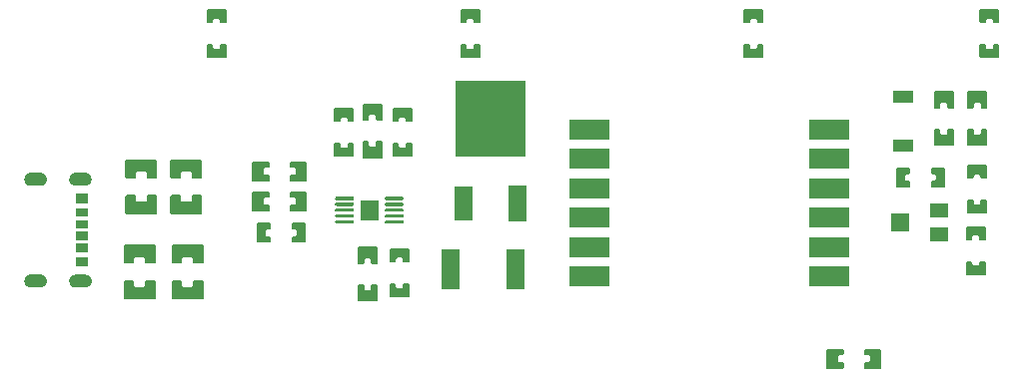
<source format=gtp>
G04 Layer: TopPasteMaskLayer*
G04 EasyEDA v6.5.34, 2023-09-21 21:59:44*
G04 1037e3338c1a49738aad6bad4f376bef,8e72fd04a6c14d66a7e837eb9aaabff2,10*
G04 Gerber Generator version 0.2*
G04 Scale: 100 percent, Rotated: No, Reflected: No *
G04 Dimensions in millimeters *
G04 leading zeros omitted , absolute positions ,4 integer and 5 decimal *
%FSLAX45Y45*%
%MOMM*%

%AMMACRO1*21,1,$1,$2,0,0,$3*%
%ADD10R,1.7201X1.1199*%
%ADD11R,3.4300X1.7900*%
%ADD12R,6.0000X6.5000*%
%ADD13R,1.6000X3.0000*%
%ADD14MACRO1,1.6002X3.0023X0.0000*%
%ADD15R,1.6000X1.6000*%
%ADD16R,1.5000X1.1999*%
%ADD17R,1.6000X3.5000*%
%ADD18R,0.0192X3.5000*%

%LPD*%
G36*
X2068982Y1324102D02*
G01*
X2059025Y1314094D01*
X2059025Y1277061D01*
X2068982Y1267104D01*
X2099513Y1267104D01*
X2109470Y1257096D01*
X2109470Y1218336D01*
X2099513Y1208328D01*
X2068982Y1208328D01*
X2059025Y1198321D01*
X2059025Y1161288D01*
X2068982Y1151331D01*
X2197506Y1151331D01*
X2207514Y1161288D01*
X2207514Y1314094D01*
X2197506Y1324102D01*
G37*
G36*
X1750517Y1324102D02*
G01*
X1740509Y1314094D01*
X1740509Y1161288D01*
X1750517Y1151331D01*
X1878990Y1151331D01*
X1888998Y1161288D01*
X1888998Y1198321D01*
X1878990Y1208328D01*
X1848510Y1208328D01*
X1838502Y1218336D01*
X1838502Y1257096D01*
X1848510Y1267104D01*
X1878990Y1267104D01*
X1888998Y1277061D01*
X1888998Y1314094D01*
X1878990Y1324102D01*
G37*
G36*
X2684983Y1749602D02*
G01*
X2674975Y1739595D01*
X2674975Y1611122D01*
X2684983Y1601114D01*
X2837789Y1601114D01*
X2847797Y1611122D01*
X2847797Y1739595D01*
X2837789Y1749602D01*
X2800756Y1749602D01*
X2790799Y1739595D01*
X2790799Y1709115D01*
X2780792Y1699107D01*
X2742031Y1699107D01*
X2732024Y1709115D01*
X2732024Y1739595D01*
X2722016Y1749602D01*
G37*
G36*
X2684983Y2068118D02*
G01*
X2674975Y2058111D01*
X2674975Y1929587D01*
X2684983Y1919630D01*
X2722016Y1919630D01*
X2732024Y1929587D01*
X2732024Y1960118D01*
X2742031Y1970125D01*
X2780792Y1970125D01*
X2790799Y1960118D01*
X2790799Y1929587D01*
X2800756Y1919630D01*
X2837789Y1919630D01*
X2847797Y1929587D01*
X2847797Y2058111D01*
X2837789Y2068118D01*
G37*
G36*
X2068982Y1578102D02*
G01*
X2059025Y1568094D01*
X2059025Y1531061D01*
X2068982Y1521104D01*
X2099513Y1521104D01*
X2109470Y1511096D01*
X2109470Y1472336D01*
X2099513Y1462328D01*
X2068982Y1462328D01*
X2059025Y1452321D01*
X2059025Y1415288D01*
X2068982Y1405331D01*
X2197506Y1405331D01*
X2207514Y1415288D01*
X2207514Y1568094D01*
X2197506Y1578102D01*
G37*
G36*
X1750517Y1578102D02*
G01*
X1740509Y1568094D01*
X1740509Y1415288D01*
X1750517Y1405331D01*
X1878990Y1405331D01*
X1888998Y1415288D01*
X1888998Y1452321D01*
X1878990Y1462328D01*
X1848510Y1462328D01*
X1838502Y1472336D01*
X1838502Y1511096D01*
X1848510Y1521104D01*
X1878990Y1521104D01*
X1888998Y1531061D01*
X1888998Y1568094D01*
X1878990Y1578102D01*
G37*
G36*
X2643581Y853490D02*
G01*
X2633573Y843483D01*
X2633573Y715010D01*
X2643581Y705002D01*
X2680614Y705002D01*
X2690622Y715010D01*
X2690622Y745490D01*
X2700629Y755497D01*
X2739339Y755497D01*
X2749346Y745490D01*
X2749346Y715010D01*
X2759354Y705002D01*
X2796387Y705002D01*
X2806395Y715010D01*
X2806395Y843483D01*
X2796387Y853490D01*
G37*
G36*
X2643581Y534974D02*
G01*
X2633573Y525018D01*
X2633573Y396494D01*
X2643581Y386486D01*
X2796387Y386486D01*
X2806395Y396494D01*
X2806395Y525018D01*
X2796387Y534974D01*
X2759354Y534974D01*
X2749346Y525018D01*
X2749346Y494487D01*
X2739339Y484479D01*
X2700629Y484479D01*
X2690622Y494487D01*
X2690622Y525018D01*
X2680614Y534974D01*
G37*
G36*
X7808874Y1854403D02*
G01*
X7798866Y1844395D01*
X7798866Y1715871D01*
X7808874Y1705864D01*
X7961680Y1705864D01*
X7971637Y1715871D01*
X7971637Y1844395D01*
X7961680Y1854403D01*
X7924647Y1854403D01*
X7914640Y1844395D01*
X7914640Y1813915D01*
X7904632Y1803907D01*
X7865872Y1803907D01*
X7855864Y1813915D01*
X7855864Y1844395D01*
X7845856Y1854403D01*
G37*
G36*
X7808874Y2172868D02*
G01*
X7798866Y2162860D01*
X7798866Y2034387D01*
X7808874Y2024380D01*
X7845856Y2024380D01*
X7855864Y2034387D01*
X7855864Y2064867D01*
X7865872Y2074875D01*
X7904632Y2074875D01*
X7914640Y2064867D01*
X7914640Y2034387D01*
X7924647Y2024380D01*
X7961680Y2024380D01*
X7971637Y2034387D01*
X7971637Y2162860D01*
X7961680Y2172868D01*
G37*
G36*
X7528864Y1854403D02*
G01*
X7518857Y1844395D01*
X7518857Y1715871D01*
X7528864Y1705864D01*
X7681671Y1705864D01*
X7691678Y1715871D01*
X7691678Y1844395D01*
X7681671Y1854403D01*
X7644638Y1854403D01*
X7634630Y1844395D01*
X7634630Y1813915D01*
X7624622Y1803907D01*
X7585862Y1803907D01*
X7575854Y1813915D01*
X7575854Y1844395D01*
X7565898Y1854403D01*
G37*
G36*
X7528864Y2172868D02*
G01*
X7518857Y2162860D01*
X7518857Y2034387D01*
X7528864Y2024380D01*
X7565898Y2024380D01*
X7575854Y2034387D01*
X7575854Y2064867D01*
X7585862Y2074875D01*
X7624622Y2074875D01*
X7634630Y2064867D01*
X7634630Y2034387D01*
X7644638Y2024380D01*
X7681671Y2024380D01*
X7691678Y2034387D01*
X7691678Y2162860D01*
X7681671Y2172868D01*
G37*
G36*
X6616496Y-13614D02*
G01*
X6606489Y-23571D01*
X6606489Y-176377D01*
X6616496Y-186385D01*
X6744970Y-186385D01*
X6754977Y-176377D01*
X6754977Y-139395D01*
X6744970Y-129387D01*
X6714490Y-129387D01*
X6704482Y-119380D01*
X6704482Y-80619D01*
X6714490Y-70612D01*
X6744970Y-70612D01*
X6754977Y-60604D01*
X6754977Y-23571D01*
X6744970Y-13614D01*
G37*
G36*
X6934962Y-13614D02*
G01*
X6924954Y-23571D01*
X6924954Y-60604D01*
X6934962Y-70612D01*
X6965492Y-70612D01*
X6975449Y-80619D01*
X6975449Y-119380D01*
X6965492Y-129387D01*
X6934962Y-129387D01*
X6924954Y-139395D01*
X6924954Y-176377D01*
X6934962Y-186385D01*
X7063486Y-186385D01*
X7073493Y-176377D01*
X7073493Y-23571D01*
X7063486Y-13614D01*
G37*
G36*
X1364945Y2572512D02*
G01*
X1354937Y2562504D01*
X1354937Y2461768D01*
X1364945Y2451760D01*
X1515059Y2451760D01*
X1525016Y2461768D01*
X1525016Y2562504D01*
X1515059Y2572512D01*
X1478889Y2572512D01*
X1468932Y2562504D01*
X1468932Y2541422D01*
X1458925Y2531465D01*
X1421079Y2531465D01*
X1411071Y2541422D01*
X1411071Y2562504D01*
X1401064Y2572512D01*
G37*
G36*
X1364945Y2868269D02*
G01*
X1354937Y2858262D01*
X1354937Y2757525D01*
X1364945Y2747518D01*
X1401064Y2747518D01*
X1411071Y2757525D01*
X1411071Y2778556D01*
X1421079Y2788564D01*
X1458925Y2788564D01*
X1468932Y2778556D01*
X1468932Y2757525D01*
X1478889Y2747518D01*
X1515059Y2747518D01*
X1525016Y2757525D01*
X1525016Y2858262D01*
X1515059Y2868269D01*
G37*
G36*
X2445054Y1734413D02*
G01*
X2435047Y1724406D01*
X2435047Y1623669D01*
X2445054Y1613662D01*
X2595168Y1613662D01*
X2605125Y1623669D01*
X2605125Y1724406D01*
X2595168Y1734413D01*
X2558999Y1734413D01*
X2549042Y1724406D01*
X2549042Y1703374D01*
X2539034Y1693367D01*
X2501188Y1693367D01*
X2491181Y1703374D01*
X2491181Y1724406D01*
X2481173Y1734413D01*
G37*
G36*
X2445054Y2030171D02*
G01*
X2435047Y2020163D01*
X2435047Y1919427D01*
X2445054Y1909419D01*
X2481173Y1909419D01*
X2491181Y1919427D01*
X2491181Y1940458D01*
X2501188Y1950466D01*
X2539034Y1950466D01*
X2549042Y1940458D01*
X2549042Y1919427D01*
X2558999Y1909419D01*
X2595168Y1909419D01*
X2605125Y1919427D01*
X2605125Y2020163D01*
X2595168Y2030171D01*
G37*
G36*
X7502753Y1524457D02*
G01*
X7492746Y1514449D01*
X7492746Y1478330D01*
X7502753Y1468323D01*
X7523835Y1468323D01*
X7533792Y1458315D01*
X7533792Y1420469D01*
X7523835Y1410462D01*
X7502753Y1410462D01*
X7492746Y1400454D01*
X7492746Y1364335D01*
X7502753Y1354328D01*
X7603490Y1354328D01*
X7613497Y1364335D01*
X7613497Y1514449D01*
X7603490Y1524457D01*
G37*
G36*
X7206996Y1524457D02*
G01*
X7196988Y1514449D01*
X7196988Y1364335D01*
X7206996Y1354328D01*
X7307732Y1354328D01*
X7317740Y1364335D01*
X7317740Y1400454D01*
X7307732Y1410462D01*
X7286701Y1410462D01*
X7276693Y1420469D01*
X7276693Y1458315D01*
X7286701Y1468323D01*
X7307732Y1468323D01*
X7317740Y1478330D01*
X7317740Y1514449D01*
X7307732Y1524457D01*
G37*
G36*
X2914954Y838250D02*
G01*
X2904947Y828243D01*
X2904947Y727506D01*
X2914954Y717499D01*
X2951073Y717499D01*
X2961081Y727506D01*
X2961081Y748538D01*
X2971038Y758545D01*
X3008884Y758545D01*
X3018891Y748538D01*
X3018891Y727506D01*
X3028899Y717499D01*
X3065018Y717499D01*
X3075025Y727506D01*
X3075025Y828243D01*
X3065018Y838250D01*
G37*
G36*
X2914954Y542493D02*
G01*
X2904947Y532485D01*
X2904947Y431749D01*
X2914954Y421741D01*
X3065018Y421741D01*
X3075025Y431749D01*
X3075025Y532485D01*
X3065018Y542493D01*
X3028899Y542493D01*
X3018891Y532485D01*
X3018891Y511454D01*
X3008884Y501446D01*
X2971038Y501446D01*
X2961081Y511454D01*
X2961081Y532485D01*
X2951073Y542493D01*
G37*
G36*
X2084222Y1056081D02*
G01*
X2074214Y1046073D01*
X2074214Y1009903D01*
X2084222Y999947D01*
X2105253Y999947D01*
X2115261Y989939D01*
X2115261Y952093D01*
X2105253Y942086D01*
X2084222Y942086D01*
X2074214Y932078D01*
X2074214Y895959D01*
X2084222Y885952D01*
X2184958Y885952D01*
X2194966Y895959D01*
X2194966Y1046073D01*
X2184958Y1056081D01*
G37*
G36*
X1788464Y1056081D02*
G01*
X1778457Y1046073D01*
X1778457Y895959D01*
X1788464Y885952D01*
X1889201Y885952D01*
X1899208Y895959D01*
X1899208Y932078D01*
X1889201Y942086D01*
X1868119Y942086D01*
X1858162Y952093D01*
X1858162Y989939D01*
X1868119Y999947D01*
X1889201Y999947D01*
X1899208Y1009903D01*
X1899208Y1046073D01*
X1889201Y1056081D01*
G37*
G36*
X3514953Y2572512D02*
G01*
X3504946Y2562504D01*
X3504946Y2461768D01*
X3514953Y2451760D01*
X3665016Y2451760D01*
X3675024Y2461768D01*
X3675024Y2562504D01*
X3665016Y2572512D01*
X3628898Y2572512D01*
X3618890Y2562504D01*
X3618890Y2541422D01*
X3608882Y2531465D01*
X3571087Y2531465D01*
X3561079Y2541422D01*
X3561079Y2562504D01*
X3551072Y2572512D01*
G37*
G36*
X3514953Y2868269D02*
G01*
X3504946Y2858262D01*
X3504946Y2757525D01*
X3514953Y2747518D01*
X3551072Y2747518D01*
X3561079Y2757525D01*
X3561079Y2778556D01*
X3571087Y2788564D01*
X3608882Y2788564D01*
X3618890Y2778556D01*
X3618890Y2757525D01*
X3628898Y2747518D01*
X3665016Y2747518D01*
X3675024Y2757525D01*
X3675024Y2858262D01*
X3665016Y2868269D01*
G37*
G36*
X7810195Y1251864D02*
G01*
X7800187Y1241907D01*
X7800187Y1141120D01*
X7810195Y1131112D01*
X7960309Y1131112D01*
X7970316Y1141120D01*
X7970316Y1241907D01*
X7960309Y1251864D01*
X7924190Y1251864D01*
X7914182Y1241907D01*
X7914182Y1220825D01*
X7904175Y1210818D01*
X7866329Y1210818D01*
X7856321Y1220825D01*
X7856321Y1241907D01*
X7846314Y1251864D01*
G37*
G36*
X7810195Y1547622D02*
G01*
X7800187Y1537614D01*
X7800187Y1436878D01*
X7810195Y1426870D01*
X7846314Y1426870D01*
X7856321Y1436878D01*
X7856321Y1457960D01*
X7866329Y1467967D01*
X7904175Y1467967D01*
X7914182Y1457960D01*
X7914182Y1436878D01*
X7924190Y1426870D01*
X7960309Y1426870D01*
X7970316Y1436878D01*
X7970316Y1537614D01*
X7960309Y1547622D01*
G37*
G36*
X2940354Y1734413D02*
G01*
X2930347Y1724406D01*
X2930347Y1623669D01*
X2940354Y1613662D01*
X3090468Y1613662D01*
X3100425Y1623669D01*
X3100425Y1724406D01*
X3090468Y1734413D01*
X3054299Y1734413D01*
X3044342Y1724406D01*
X3044342Y1703374D01*
X3034334Y1693367D01*
X2996488Y1693367D01*
X2986481Y1703374D01*
X2986481Y1724406D01*
X2976473Y1734413D01*
G37*
G36*
X2940354Y2030171D02*
G01*
X2930347Y2020163D01*
X2930347Y1919427D01*
X2940354Y1909419D01*
X2976473Y1909419D01*
X2986481Y1919427D01*
X2986481Y1940458D01*
X2996488Y1950466D01*
X3034334Y1950466D01*
X3044342Y1940458D01*
X3044342Y1919427D01*
X3054299Y1909419D01*
X3090468Y1909419D01*
X3100425Y1919427D01*
X3100425Y2020163D01*
X3090468Y2030171D01*
G37*
G36*
X5914948Y2572512D02*
G01*
X5904941Y2562504D01*
X5904941Y2461768D01*
X5914948Y2451760D01*
X6065012Y2451760D01*
X6075019Y2461768D01*
X6075019Y2562504D01*
X6065012Y2572512D01*
X6028893Y2572512D01*
X6018885Y2562504D01*
X6018885Y2541422D01*
X6008878Y2531465D01*
X5971082Y2531465D01*
X5961075Y2541422D01*
X5961075Y2562504D01*
X5951067Y2572512D01*
G37*
G36*
X5914948Y2868269D02*
G01*
X5904941Y2858262D01*
X5904941Y2757525D01*
X5914948Y2747518D01*
X5951067Y2747518D01*
X5961075Y2757525D01*
X5961075Y2778556D01*
X5971082Y2788564D01*
X6008878Y2788564D01*
X6018885Y2778556D01*
X6018885Y2757525D01*
X6028893Y2747518D01*
X6065012Y2747518D01*
X6075019Y2757525D01*
X6075019Y2858262D01*
X6065012Y2868269D01*
G37*
G36*
X7914944Y2572512D02*
G01*
X7904937Y2562504D01*
X7904937Y2461768D01*
X7914944Y2451760D01*
X8065008Y2451760D01*
X8075015Y2461768D01*
X8075015Y2562504D01*
X8065008Y2572512D01*
X8028889Y2572512D01*
X8018881Y2562504D01*
X8018881Y2541422D01*
X8008874Y2531465D01*
X7971078Y2531465D01*
X7961071Y2541422D01*
X7961071Y2562504D01*
X7951063Y2572512D01*
G37*
G36*
X7914944Y2868269D02*
G01*
X7904937Y2858262D01*
X7904937Y2757525D01*
X7914944Y2747518D01*
X7951063Y2747518D01*
X7961071Y2757525D01*
X7961071Y2778556D01*
X7971078Y2788564D01*
X8008874Y2788564D01*
X8018881Y2778556D01*
X8018881Y2757525D01*
X8028889Y2747518D01*
X8065008Y2747518D01*
X8075015Y2757525D01*
X8075015Y2858262D01*
X8065008Y2868269D01*
G37*
G36*
X7800187Y1027633D02*
G01*
X7790230Y1017625D01*
X7790230Y916889D01*
X7800187Y906881D01*
X7836357Y906881D01*
X7846314Y916889D01*
X7846314Y937971D01*
X7856321Y947928D01*
X7894167Y947928D01*
X7904175Y937971D01*
X7904175Y916889D01*
X7914182Y906881D01*
X7950301Y906881D01*
X7960309Y916889D01*
X7960309Y1017625D01*
X7950301Y1027633D01*
G37*
G36*
X7800187Y731875D02*
G01*
X7790230Y721868D01*
X7790230Y621131D01*
X7800187Y611124D01*
X7950301Y611124D01*
X7960309Y621131D01*
X7960309Y721868D01*
X7950301Y731875D01*
X7914182Y731875D01*
X7904175Y721868D01*
X7904175Y700836D01*
X7894167Y690829D01*
X7856321Y690829D01*
X7846314Y700836D01*
X7846314Y721868D01*
X7836357Y731875D01*
G37*
G36*
X2458008Y1275486D02*
G01*
X2454656Y1275080D01*
X2453030Y1274622D01*
X2450033Y1273048D01*
X2447544Y1270812D01*
X2445613Y1268018D01*
X2444394Y1264869D01*
X2443988Y1261516D01*
X2444394Y1258163D01*
X2445613Y1255014D01*
X2447544Y1252220D01*
X2450033Y1249984D01*
X2453030Y1248410D01*
X2456332Y1247597D01*
X2592019Y1247495D01*
X2595372Y1247902D01*
X2598521Y1249121D01*
X2601264Y1251051D01*
X2603550Y1253540D01*
X2605074Y1256538D01*
X2605887Y1259840D01*
X2605887Y1263192D01*
X2605074Y1266494D01*
X2603550Y1269441D01*
X2601264Y1271981D01*
X2598521Y1273911D01*
X2595372Y1275080D01*
X2592019Y1275486D01*
G37*
G36*
X2458008Y1225499D02*
G01*
X2454656Y1225092D01*
X2451506Y1223873D01*
X2448712Y1221994D01*
X2446477Y1219454D01*
X2444902Y1216456D01*
X2444089Y1213205D01*
X2444089Y1209802D01*
X2444902Y1206550D01*
X2446477Y1203553D01*
X2448712Y1201013D01*
X2451506Y1199083D01*
X2454656Y1197914D01*
X2458008Y1197508D01*
X2593695Y1197610D01*
X2596946Y1198422D01*
X2598521Y1199083D01*
X2601264Y1201013D01*
X2603550Y1203553D01*
X2605074Y1206550D01*
X2605887Y1209802D01*
X2605887Y1213205D01*
X2605074Y1216456D01*
X2603550Y1219454D01*
X2601264Y1221994D01*
X2598521Y1223873D01*
X2595372Y1225092D01*
X2592019Y1225499D01*
G37*
G36*
X2458008Y1175512D02*
G01*
X2454656Y1175105D01*
X2451506Y1173886D01*
X2448712Y1172006D01*
X2446477Y1169466D01*
X2444902Y1166469D01*
X2444089Y1163218D01*
X2444089Y1159814D01*
X2444902Y1156563D01*
X2446477Y1153566D01*
X2448712Y1151026D01*
X2451506Y1149096D01*
X2454656Y1147927D01*
X2458008Y1147521D01*
X2593695Y1147622D01*
X2596946Y1148435D01*
X2598521Y1149096D01*
X2601264Y1151026D01*
X2603550Y1153566D01*
X2605074Y1156563D01*
X2605887Y1159814D01*
X2605887Y1163218D01*
X2605074Y1166469D01*
X2603550Y1169466D01*
X2601264Y1172006D01*
X2598521Y1173886D01*
X2595372Y1175105D01*
X2592019Y1175512D01*
G37*
G36*
X2458008Y1125474D02*
G01*
X2454656Y1125067D01*
X2453030Y1124610D01*
X2450033Y1123035D01*
X2447544Y1120800D01*
X2445613Y1118006D01*
X2444394Y1114856D01*
X2443988Y1111504D01*
X2444394Y1108151D01*
X2445613Y1105001D01*
X2447544Y1102207D01*
X2450033Y1099972D01*
X2453030Y1098397D01*
X2456332Y1097584D01*
X2592019Y1097483D01*
X2595372Y1097889D01*
X2598521Y1099108D01*
X2601264Y1101039D01*
X2603550Y1103528D01*
X2605074Y1106525D01*
X2605887Y1109827D01*
X2605887Y1113180D01*
X2605074Y1116482D01*
X2603550Y1119428D01*
X2601264Y1121968D01*
X2598521Y1123899D01*
X2595372Y1125067D01*
X2592019Y1125474D01*
G37*
G36*
X2458008Y1075486D02*
G01*
X2454656Y1075080D01*
X2453030Y1074623D01*
X2450033Y1073048D01*
X2447544Y1070813D01*
X2445613Y1068019D01*
X2444394Y1064869D01*
X2443988Y1061516D01*
X2444394Y1058164D01*
X2445613Y1055014D01*
X2447544Y1052220D01*
X2450033Y1049985D01*
X2453030Y1048410D01*
X2456332Y1047597D01*
X2592019Y1047496D01*
X2595372Y1047902D01*
X2598521Y1049121D01*
X2601264Y1051052D01*
X2603550Y1053541D01*
X2605074Y1056538D01*
X2605887Y1059840D01*
X2605887Y1063193D01*
X2605074Y1066495D01*
X2603550Y1069441D01*
X2601264Y1071981D01*
X2598521Y1073912D01*
X2595372Y1075080D01*
X2592019Y1075486D01*
G37*
G36*
X2880004Y1275486D02*
G01*
X2876651Y1275080D01*
X2875026Y1274622D01*
X2872028Y1273048D01*
X2869539Y1270812D01*
X2867609Y1268018D01*
X2866390Y1264869D01*
X2865983Y1261516D01*
X2866390Y1258163D01*
X2867609Y1255014D01*
X2869539Y1252220D01*
X2872028Y1249984D01*
X2875026Y1248410D01*
X2878328Y1247597D01*
X3014014Y1247495D01*
X3017367Y1247902D01*
X3020517Y1249121D01*
X3023260Y1251051D01*
X3025546Y1253540D01*
X3027070Y1256538D01*
X3027883Y1259840D01*
X3027883Y1263192D01*
X3027070Y1266494D01*
X3025546Y1269441D01*
X3023260Y1271981D01*
X3020517Y1273911D01*
X3017367Y1275080D01*
X3014014Y1275486D01*
G37*
G36*
X2880004Y1225499D02*
G01*
X2876651Y1225092D01*
X2873502Y1223873D01*
X2870708Y1221994D01*
X2868472Y1219454D01*
X2866898Y1216456D01*
X2866085Y1213205D01*
X2866085Y1209802D01*
X2866898Y1206550D01*
X2868472Y1203553D01*
X2870708Y1201013D01*
X2873502Y1199083D01*
X2876651Y1197914D01*
X2880004Y1197508D01*
X3015691Y1197610D01*
X3018942Y1198422D01*
X3020517Y1199083D01*
X3023260Y1201013D01*
X3025546Y1203553D01*
X3027070Y1206550D01*
X3027883Y1209802D01*
X3027883Y1213205D01*
X3027070Y1216456D01*
X3025546Y1219454D01*
X3023260Y1221994D01*
X3020517Y1223873D01*
X3017367Y1225092D01*
X3014014Y1225499D01*
G37*
G36*
X2880004Y1175512D02*
G01*
X2876651Y1175105D01*
X2873502Y1173886D01*
X2870708Y1172006D01*
X2868472Y1169466D01*
X2866898Y1166469D01*
X2866085Y1163218D01*
X2866085Y1159814D01*
X2866898Y1156563D01*
X2868472Y1153566D01*
X2870708Y1151026D01*
X2873502Y1149096D01*
X2876651Y1147927D01*
X2880004Y1147521D01*
X3015691Y1147622D01*
X3018942Y1148435D01*
X3020517Y1149096D01*
X3023260Y1151026D01*
X3025546Y1153566D01*
X3027070Y1156563D01*
X3027883Y1159814D01*
X3027883Y1163218D01*
X3027070Y1166469D01*
X3025546Y1169466D01*
X3023260Y1172006D01*
X3020517Y1173886D01*
X3017367Y1175105D01*
X3014014Y1175512D01*
G37*
G36*
X2880004Y1125474D02*
G01*
X2876651Y1125067D01*
X2875026Y1124610D01*
X2872028Y1123035D01*
X2869539Y1120800D01*
X2867609Y1118006D01*
X2866390Y1114856D01*
X2865983Y1111504D01*
X2866390Y1108151D01*
X2867609Y1105001D01*
X2869539Y1102207D01*
X2872028Y1099972D01*
X2875026Y1098397D01*
X2878328Y1097584D01*
X3014014Y1097483D01*
X3017367Y1097889D01*
X3020517Y1099108D01*
X3023260Y1101039D01*
X3025546Y1103528D01*
X3027070Y1106525D01*
X3027883Y1109827D01*
X3027883Y1113180D01*
X3027070Y1116482D01*
X3025546Y1119428D01*
X3023260Y1121968D01*
X3020517Y1123899D01*
X3017367Y1125067D01*
X3014014Y1125474D01*
G37*
G36*
X2880004Y1075486D02*
G01*
X2876651Y1075080D01*
X2875026Y1074623D01*
X2872028Y1073048D01*
X2869539Y1070813D01*
X2867609Y1068019D01*
X2866390Y1064869D01*
X2865983Y1061516D01*
X2866390Y1058164D01*
X2867609Y1055014D01*
X2869539Y1052220D01*
X2872028Y1049985D01*
X2875026Y1048410D01*
X2878328Y1047597D01*
X3014014Y1047496D01*
X3017367Y1047902D01*
X3020517Y1049121D01*
X3023260Y1051052D01*
X3025546Y1053541D01*
X3027070Y1056538D01*
X3027883Y1059840D01*
X3027883Y1063193D01*
X3027070Y1066495D01*
X3025546Y1069441D01*
X3023260Y1071981D01*
X3020517Y1073912D01*
X3017367Y1075080D01*
X3014014Y1075486D01*
G37*
G36*
X2662783Y1245514D02*
G01*
X2662783Y1077518D01*
X2809189Y1077518D01*
X2809189Y1245514D01*
G37*
G36*
X675894Y1291132D02*
G01*
X665937Y1281125D01*
X665937Y1137615D01*
X675894Y1127658D01*
X925931Y1127658D01*
X935939Y1137615D01*
X935939Y1281125D01*
X925931Y1291132D01*
X856843Y1291132D01*
X846836Y1281125D01*
X846836Y1245565D01*
X836828Y1235557D01*
X764997Y1235557D01*
X755040Y1245565D01*
X755040Y1281125D01*
X745032Y1291132D01*
G37*
G36*
X675894Y1594612D02*
G01*
X665937Y1584655D01*
X665937Y1441145D01*
X675894Y1431137D01*
X745032Y1431137D01*
X755040Y1441145D01*
X755040Y1476705D01*
X764997Y1486712D01*
X836828Y1486712D01*
X846836Y1476705D01*
X846836Y1441145D01*
X856843Y1431137D01*
X925931Y1431137D01*
X935939Y1441145D01*
X935939Y1584655D01*
X925931Y1594612D01*
G37*
G36*
X1056894Y1291132D02*
G01*
X1046937Y1281125D01*
X1046937Y1137615D01*
X1056894Y1127658D01*
X1306931Y1127658D01*
X1316939Y1137615D01*
X1316939Y1281125D01*
X1306931Y1291132D01*
X1237843Y1291132D01*
X1227836Y1281125D01*
X1227836Y1245565D01*
X1217828Y1235557D01*
X1145997Y1235557D01*
X1136040Y1245565D01*
X1136040Y1281125D01*
X1126032Y1291132D01*
G37*
G36*
X1056894Y1594612D02*
G01*
X1046937Y1584655D01*
X1046937Y1441145D01*
X1056894Y1431137D01*
X1126032Y1431137D01*
X1136040Y1441145D01*
X1136040Y1476705D01*
X1145997Y1486712D01*
X1217828Y1486712D01*
X1227836Y1476705D01*
X1227836Y1441145D01*
X1237843Y1431137D01*
X1306931Y1431137D01*
X1316939Y1441145D01*
X1316939Y1584655D01*
X1306931Y1594612D01*
G37*
G36*
X663194Y870712D02*
G01*
X653237Y860755D01*
X653237Y717245D01*
X663194Y707237D01*
X732332Y707237D01*
X742340Y717245D01*
X742340Y752805D01*
X752297Y762812D01*
X824128Y762812D01*
X834136Y752805D01*
X834136Y717245D01*
X844143Y707237D01*
X913231Y707237D01*
X923239Y717245D01*
X923239Y860755D01*
X913231Y870712D01*
G37*
G36*
X663194Y567232D02*
G01*
X653237Y557225D01*
X653237Y413715D01*
X663194Y403758D01*
X913231Y403758D01*
X923239Y413715D01*
X923239Y557225D01*
X913231Y567232D01*
X844143Y567232D01*
X834136Y557225D01*
X834136Y521665D01*
X824128Y511657D01*
X752297Y511657D01*
X742340Y521665D01*
X742340Y557225D01*
X732332Y567232D01*
G37*
G36*
X1069594Y870712D02*
G01*
X1059637Y860755D01*
X1059637Y717245D01*
X1069594Y707237D01*
X1138732Y707237D01*
X1148740Y717245D01*
X1148740Y752805D01*
X1158697Y762812D01*
X1230528Y762812D01*
X1240536Y752805D01*
X1240536Y717245D01*
X1250543Y707237D01*
X1319631Y707237D01*
X1329639Y717245D01*
X1329639Y860755D01*
X1319631Y870712D01*
G37*
G36*
X1069594Y567232D02*
G01*
X1059637Y557225D01*
X1059637Y413715D01*
X1069594Y403758D01*
X1319631Y403758D01*
X1329639Y413715D01*
X1329639Y557225D01*
X1319631Y567232D01*
X1250543Y567232D01*
X1240536Y557225D01*
X1240536Y521665D01*
X1230528Y511657D01*
X1158697Y511657D01*
X1148740Y521665D01*
X1148740Y557225D01*
X1138732Y567232D01*
G37*
G36*
X246176Y1479804D02*
G01*
X239420Y1479397D01*
X232765Y1478178D01*
X229514Y1477264D01*
X223164Y1474774D01*
X217220Y1471574D01*
X211683Y1467662D01*
X206705Y1463141D01*
X202285Y1457960D01*
X198526Y1452321D01*
X195529Y1446276D01*
X193294Y1439875D01*
X191820Y1433271D01*
X191211Y1426514D01*
X191414Y1419758D01*
X192430Y1413052D01*
X194310Y1406550D01*
X196951Y1400302D01*
X200304Y1394460D01*
X204419Y1389024D01*
X209143Y1384198D01*
X214375Y1379931D01*
X220167Y1376375D01*
X226314Y1373530D01*
X232765Y1371498D01*
X239420Y1370228D01*
X246176Y1369822D01*
X329539Y1369923D01*
X332943Y1370228D01*
X339598Y1371498D01*
X346049Y1373530D01*
X352196Y1376375D01*
X357936Y1379931D01*
X360680Y1381963D01*
X365658Y1386535D01*
X370078Y1391666D01*
X373786Y1397304D01*
X376834Y1403400D01*
X379069Y1409801D01*
X380542Y1416405D01*
X381152Y1423111D01*
X380949Y1429918D01*
X380542Y1433271D01*
X379069Y1439875D01*
X376834Y1446276D01*
X373786Y1452321D01*
X370078Y1457960D01*
X365658Y1463141D01*
X360680Y1467662D01*
X355142Y1471574D01*
X352196Y1473301D01*
X346049Y1476095D01*
X342849Y1477264D01*
X336296Y1478889D01*
X329539Y1479702D01*
G37*
G36*
X246176Y615848D02*
G01*
X239420Y615442D01*
X236067Y614934D01*
X229514Y613257D01*
X223164Y610819D01*
X217220Y607618D01*
X211683Y603707D01*
X206705Y599135D01*
X202285Y594004D01*
X198526Y588365D01*
X195529Y582269D01*
X193294Y575919D01*
X192430Y572617D01*
X191414Y565912D01*
X191211Y559155D01*
X191820Y552399D01*
X193294Y545795D01*
X195529Y539394D01*
X198526Y533349D01*
X202285Y527710D01*
X206705Y522579D01*
X211683Y518007D01*
X217220Y514096D01*
X223164Y510895D01*
X229514Y508457D01*
X232765Y507492D01*
X239420Y506272D01*
X246176Y505866D01*
X329539Y505968D01*
X336296Y506780D01*
X339598Y507492D01*
X346049Y509574D01*
X352196Y512368D01*
X357936Y515975D01*
X363220Y520192D01*
X367944Y525068D01*
X372008Y530453D01*
X375412Y536346D01*
X378053Y542544D01*
X379882Y549097D01*
X380542Y552399D01*
X381152Y559155D01*
X380949Y565912D01*
X379882Y572617D01*
X378053Y579120D01*
X375412Y585368D01*
X372008Y591210D01*
X367944Y596646D01*
X363220Y601472D01*
X360680Y603707D01*
X355142Y607618D01*
X349148Y610819D01*
X342849Y613257D01*
X336296Y614934D01*
X329539Y615746D01*
G37*
G36*
X-133858Y1479804D02*
G01*
X-140614Y1479397D01*
X-147269Y1478178D01*
X-150520Y1477264D01*
X-156819Y1474774D01*
X-159867Y1473301D01*
X-165608Y1469694D01*
X-170891Y1465478D01*
X-175615Y1460601D01*
X-179679Y1455216D01*
X-183083Y1449324D01*
X-185724Y1443126D01*
X-187553Y1436573D01*
X-188620Y1429918D01*
X-188823Y1423111D01*
X-188163Y1416405D01*
X-186740Y1409801D01*
X-184505Y1403400D01*
X-181457Y1397304D01*
X-177749Y1391666D01*
X-173329Y1386535D01*
X-168300Y1381963D01*
X-162814Y1378051D01*
X-156819Y1374851D01*
X-150520Y1372412D01*
X-143916Y1370787D01*
X-140614Y1370228D01*
X-133858Y1369822D01*
X-50444Y1369923D01*
X-43738Y1370787D01*
X-37185Y1372412D01*
X-30835Y1374851D01*
X-24892Y1378051D01*
X-19354Y1381963D01*
X-14325Y1386535D01*
X-9956Y1391666D01*
X-6197Y1397304D01*
X-3200Y1403400D01*
X-914Y1409801D01*
X508Y1416405D01*
X1117Y1423111D01*
X914Y1429918D01*
X-101Y1436573D01*
X-914Y1439875D01*
X-3200Y1446276D01*
X-6197Y1452321D01*
X-9956Y1457960D01*
X-14325Y1463141D01*
X-19354Y1467662D01*
X-24892Y1471574D01*
X-30835Y1474774D01*
X-37185Y1477264D01*
X-43738Y1478889D01*
X-50444Y1479702D01*
G37*
G36*
X-133858Y615848D02*
G01*
X-140614Y615442D01*
X-147269Y614172D01*
X-153720Y612140D01*
X-159867Y609295D01*
X-165608Y605739D01*
X-170891Y601472D01*
X-175615Y596646D01*
X-179679Y591210D01*
X-183083Y585368D01*
X-185724Y579120D01*
X-187553Y572617D01*
X-188620Y565912D01*
X-188823Y559155D01*
X-188620Y555752D01*
X-187553Y549097D01*
X-185724Y542544D01*
X-183083Y536346D01*
X-179679Y530453D01*
X-175615Y525068D01*
X-170891Y520192D01*
X-165608Y515975D01*
X-159867Y512368D01*
X-153720Y509574D01*
X-147269Y507492D01*
X-140614Y506272D01*
X-133858Y505866D01*
X-50444Y505968D01*
X-43738Y506780D01*
X-40436Y507492D01*
X-33985Y509574D01*
X-27838Y512368D01*
X-22047Y515975D01*
X-16764Y520192D01*
X-12090Y525068D01*
X-7975Y530453D01*
X-4622Y536346D01*
X-1981Y542544D01*
X-914Y545795D01*
X508Y552399D01*
X1117Y559155D01*
X914Y565912D01*
X-101Y572617D01*
X-914Y575919D01*
X-3200Y582269D01*
X-6197Y588365D01*
X-9956Y594004D01*
X-14325Y599135D01*
X-19354Y603707D01*
X-24892Y607618D01*
X-30835Y610819D01*
X-37185Y613257D01*
X-43738Y614934D01*
X-50444Y615746D01*
G37*
G36*
X248666Y1302816D02*
G01*
X248666Y1222806D01*
X348691Y1222806D01*
X348691Y1302816D01*
G37*
G36*
X248666Y1177848D02*
G01*
X248666Y1107846D01*
X348691Y1107846D01*
X348691Y1177848D01*
G37*
G36*
X248666Y1077823D02*
G01*
X248666Y1007821D01*
X348691Y1007821D01*
X348691Y1077823D01*
G37*
G36*
X248666Y977849D02*
G01*
X248666Y907846D01*
X348691Y907846D01*
X348691Y977849D01*
G37*
G36*
X248666Y877824D02*
G01*
X248666Y807821D01*
X348691Y807821D01*
X348691Y877824D01*
G37*
G36*
X248666Y762863D02*
G01*
X248666Y682853D01*
X348691Y682853D01*
X348691Y762863D01*
G37*
D10*
G01*
X7255248Y1711888D03*
G01*
X7255248Y2126874D03*
D11*
G01*
X4599475Y1846712D03*
G01*
X4599475Y596701D03*
G01*
X4599475Y1596699D03*
G01*
X4599475Y1346713D03*
G01*
X4599475Y1096700D03*
G01*
X4599475Y846714D03*
G01*
X6630484Y1846712D03*
G01*
X6630484Y1596699D03*
G01*
X6630484Y1346713D03*
G01*
X6630484Y1096700D03*
G01*
X6630484Y846714D03*
G01*
X6630484Y596701D03*
D12*
G01*
X3764678Y1942317D03*
D13*
G01*
X3536180Y1218900D03*
D14*
G01*
X3993205Y1219535D03*
D15*
G01*
X7230254Y1059388D03*
D16*
G01*
X7560251Y1159388D03*
G01*
X7560251Y959388D03*
D17*
G01*
X3426604Y659998D03*
G01*
X3973365Y659998D03*
M02*

</source>
